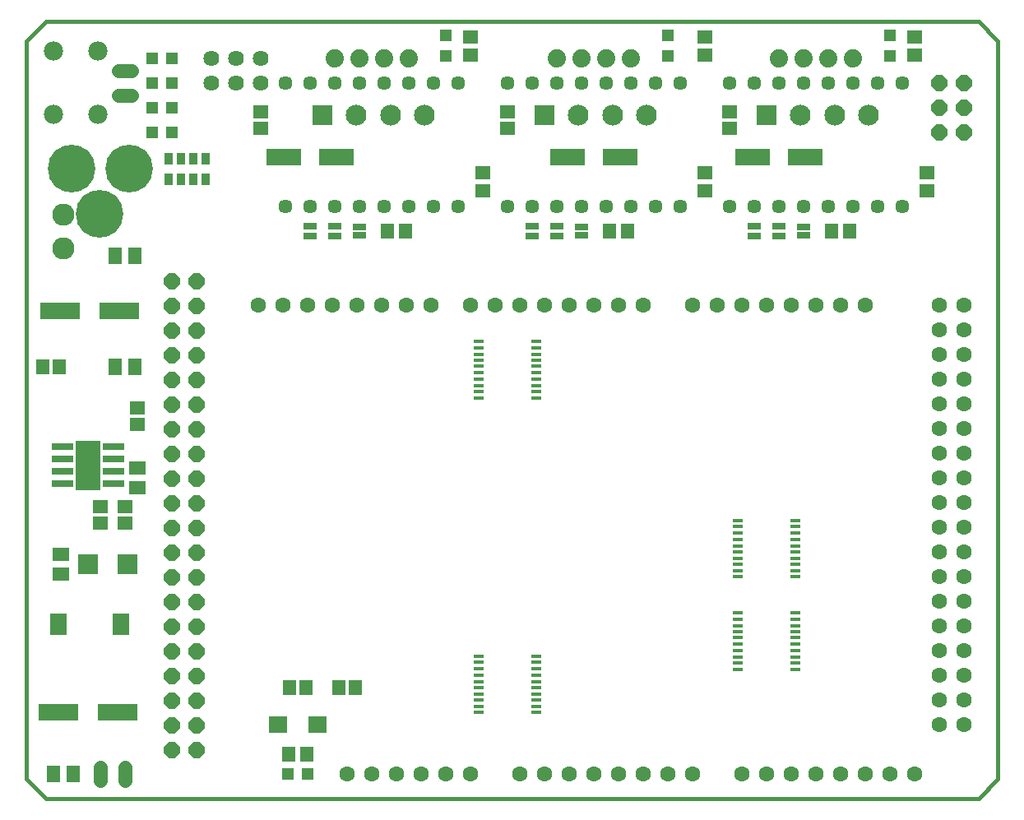
<source format=gts>
G75*
%MOIN*%
%OFA0B0*%
%FSLAX24Y24*%
%IPPOS*%
%LPD*%
%AMOC8*
5,1,8,0,0,1.08239X$1,22.5*
%
%ADD10C,0.0160*%
%ADD11C,0.0631*%
%ADD12R,0.0512X0.0512*%
%ADD13R,0.0552X0.0631*%
%ADD14C,0.0740*%
%ADD15C,0.0571*%
%ADD16C,0.0640*%
%ADD17R,0.0631X0.0552*%
%ADD18R,0.1418X0.0670*%
%ADD19C,0.1930*%
%ADD20C,0.0580*%
%ADD21R,0.0840X0.0840*%
%ADD22C,0.0840*%
%ADD23C,0.0900*%
%ADD24C,0.0780*%
%ADD25OC8,0.0640*%
%ADD26R,0.0540X0.0290*%
%ADD27R,0.0335X0.0473*%
%ADD28R,0.0906X0.0276*%
%ADD29R,0.1040X0.2040*%
%ADD30R,0.0670X0.0552*%
%ADD31R,0.0552X0.0670*%
%ADD32R,0.1615X0.0670*%
%ADD33R,0.0670X0.0906*%
%ADD34R,0.0394X0.0177*%
%ADD35R,0.0827X0.0827*%
%ADD36R,0.0749X0.0709*%
D10*
X002180Y002467D02*
X002967Y001680D01*
X040763Y001680D01*
X041550Y002467D01*
X041550Y032389D01*
X040763Y033176D01*
X002967Y033176D01*
X002180Y032389D01*
X002180Y002467D01*
D11*
X015180Y002680D03*
X016180Y002680D03*
X017180Y002680D03*
X018180Y002680D03*
X019180Y002680D03*
X020180Y002680D03*
X022180Y002680D03*
X023180Y002680D03*
X024180Y002680D03*
X025180Y002680D03*
X026180Y002680D03*
X027180Y002680D03*
X028180Y002680D03*
X029180Y002680D03*
X031180Y002680D03*
X032180Y002680D03*
X033180Y002680D03*
X034180Y002680D03*
X035180Y002680D03*
X036180Y002680D03*
X037180Y002680D03*
X038180Y002680D03*
X039180Y004680D03*
X040180Y004680D03*
X040180Y005680D03*
X039180Y005680D03*
X039180Y006680D03*
X040180Y006680D03*
X040180Y007680D03*
X039180Y007680D03*
X039180Y008680D03*
X040180Y008680D03*
X040180Y009680D03*
X039180Y009680D03*
X039180Y010680D03*
X039180Y011680D03*
X040180Y011680D03*
X040180Y010680D03*
X040180Y012680D03*
X039180Y012680D03*
X039180Y013680D03*
X040180Y013680D03*
X040180Y014680D03*
X039180Y014680D03*
X039180Y015680D03*
X040180Y015680D03*
X040180Y016680D03*
X039180Y016680D03*
X039180Y017680D03*
X040180Y017680D03*
X040180Y018680D03*
X039180Y018680D03*
X039180Y019680D03*
X040180Y019680D03*
X040180Y020680D03*
X039180Y020680D03*
X039180Y021680D03*
X040180Y021680D03*
X036180Y021680D03*
X035180Y021680D03*
X034180Y021680D03*
X033180Y021680D03*
X032180Y021680D03*
X031180Y021680D03*
X030180Y021680D03*
X029180Y021680D03*
X027180Y021680D03*
X026180Y021680D03*
X025180Y021680D03*
X024180Y021680D03*
X023180Y021680D03*
X022180Y021680D03*
X021180Y021680D03*
X020180Y021680D03*
X018580Y021680D03*
X017580Y021680D03*
X016580Y021680D03*
X015580Y021680D03*
X014580Y021680D03*
X013580Y021680D03*
X012580Y021680D03*
X011580Y021680D03*
D12*
X008093Y028680D03*
X007267Y028680D03*
X007267Y029680D03*
X008093Y029680D03*
X008093Y030680D03*
X007267Y030680D03*
X007267Y031680D03*
X008093Y031680D03*
X019180Y031767D03*
X019180Y032593D03*
X028180Y032593D03*
X028180Y031767D03*
X037180Y031767D03*
X037180Y032593D03*
X013593Y002680D03*
X012767Y002680D03*
D13*
X012806Y003480D03*
X013554Y003480D03*
X013515Y006180D03*
X012845Y006180D03*
X014845Y006180D03*
X015515Y006180D03*
X003515Y019180D03*
X002845Y019180D03*
X016806Y024680D03*
X017554Y024680D03*
X025806Y024680D03*
X026554Y024680D03*
X034806Y024680D03*
X035554Y024680D03*
D14*
X035680Y031680D03*
X034680Y031680D03*
X033680Y031680D03*
X032680Y031680D03*
X026680Y031680D03*
X025680Y031680D03*
X024680Y031680D03*
X023680Y031680D03*
X017680Y031680D03*
X016680Y031680D03*
X015680Y031680D03*
X014680Y031680D03*
D15*
X014680Y030680D03*
X013680Y030680D03*
X012680Y030680D03*
X015680Y030680D03*
X016680Y030680D03*
X017680Y030680D03*
X018680Y030680D03*
X019680Y030680D03*
X021680Y030680D03*
X022680Y030680D03*
X023680Y030680D03*
X024680Y030680D03*
X025680Y030680D03*
X026680Y030680D03*
X027680Y030680D03*
X028680Y030680D03*
X030680Y030680D03*
X031680Y030680D03*
X032680Y030680D03*
X033680Y030680D03*
X034680Y030680D03*
X035680Y030680D03*
X036680Y030680D03*
X037680Y030680D03*
X037680Y025680D03*
X036680Y025680D03*
X035680Y025680D03*
X034680Y025680D03*
X033680Y025680D03*
X032680Y025680D03*
X031680Y025680D03*
X030680Y025680D03*
X028680Y025680D03*
X027680Y025680D03*
X026680Y025680D03*
X025680Y025680D03*
X024680Y025680D03*
X023680Y025680D03*
X022680Y025680D03*
X021680Y025680D03*
X019680Y025680D03*
X018680Y025680D03*
X017680Y025680D03*
X016680Y025680D03*
X015680Y025680D03*
X014680Y025680D03*
X013680Y025680D03*
X012680Y025680D03*
D16*
X011680Y030680D03*
X010680Y030680D03*
X010680Y031680D03*
X011680Y031680D03*
X009680Y031680D03*
X009680Y030680D03*
D17*
X011680Y029515D03*
X011680Y028845D03*
X020180Y031806D03*
X020180Y032554D03*
X021680Y029515D03*
X021680Y028845D03*
X020680Y027054D03*
X020680Y026306D03*
X029680Y026306D03*
X029680Y027054D03*
X030680Y028845D03*
X030680Y029515D03*
X029680Y031806D03*
X029680Y032554D03*
X038180Y032554D03*
X038180Y031806D03*
X038680Y027054D03*
X038680Y026306D03*
X006680Y017515D03*
X006680Y016845D03*
X006180Y013515D03*
X006180Y012845D03*
X005180Y012845D03*
X005180Y013515D03*
D18*
X012617Y027680D03*
X014743Y027680D03*
X024117Y027680D03*
X026243Y027680D03*
X031617Y027680D03*
X033743Y027680D03*
D19*
X006337Y027219D03*
X004015Y027219D03*
X005156Y025369D03*
D20*
X005910Y030180D02*
X006450Y030180D01*
X006450Y031180D02*
X005910Y031180D01*
X006180Y002950D02*
X006180Y002410D01*
X005180Y002410D02*
X005180Y002950D01*
D21*
X014180Y029380D03*
X023180Y029380D03*
X032180Y029380D03*
D22*
X033558Y029380D03*
X034936Y029380D03*
X036314Y029380D03*
X027314Y029380D03*
X025936Y029380D03*
X024558Y029380D03*
X018314Y029380D03*
X016936Y029380D03*
X015558Y029380D03*
D23*
X003680Y025349D03*
X003680Y023971D03*
D24*
X003290Y029400D03*
X005070Y029400D03*
X005070Y031960D03*
X003290Y031960D03*
D25*
X008066Y022637D03*
X009066Y022637D03*
X009066Y021637D03*
X008066Y021637D03*
X008066Y020637D03*
X009066Y020637D03*
X009066Y019637D03*
X008066Y019637D03*
X008066Y018637D03*
X009066Y018637D03*
X009066Y017637D03*
X008066Y017637D03*
X008066Y016637D03*
X009066Y016637D03*
X009066Y015637D03*
X008066Y015637D03*
X008066Y014637D03*
X009066Y014637D03*
X009066Y013637D03*
X008066Y013637D03*
X008066Y012637D03*
X009066Y012637D03*
X009066Y011637D03*
X008066Y011637D03*
X008066Y010637D03*
X009066Y010637D03*
X009066Y009637D03*
X008066Y009637D03*
X008066Y008637D03*
X009066Y008637D03*
X009066Y007637D03*
X008066Y007637D03*
X008066Y006637D03*
X009066Y006637D03*
X009066Y005637D03*
X008066Y005637D03*
X008066Y004637D03*
X009066Y004637D03*
X009066Y003637D03*
X008066Y003637D03*
X039180Y028680D03*
X040180Y028680D03*
X040180Y029680D03*
X039180Y029680D03*
X039180Y030680D03*
X040180Y030680D03*
D26*
X033680Y024857D03*
X033680Y024503D03*
X032680Y024480D03*
X032680Y024880D03*
X031680Y024880D03*
X031680Y024480D03*
X024680Y024503D03*
X024680Y024857D03*
X023680Y024880D03*
X023680Y024480D03*
X022680Y024480D03*
X022680Y024880D03*
X015680Y024857D03*
X015680Y024503D03*
X014680Y024480D03*
X014680Y024880D03*
X013680Y024880D03*
X013680Y024480D03*
D27*
X009430Y026759D03*
X008930Y026759D03*
X008430Y026759D03*
X007930Y026759D03*
X007930Y027601D03*
X008430Y027601D03*
X008930Y027601D03*
X009430Y027601D03*
D28*
X005704Y015930D03*
X005704Y015430D03*
X005704Y014930D03*
X005704Y014430D03*
X003656Y014430D03*
X003656Y014930D03*
X003656Y015430D03*
X003656Y015930D03*
D29*
X004680Y015180D03*
D30*
X006680Y015074D03*
X006680Y014286D03*
X003580Y011574D03*
X003580Y010786D03*
D31*
X003286Y002680D03*
X004074Y002680D03*
X005786Y019180D03*
X006574Y019180D03*
X006574Y023680D03*
X005786Y023680D03*
D32*
X005932Y021444D03*
X003530Y021444D03*
X003479Y005180D03*
X005881Y005180D03*
D33*
X005999Y008731D03*
X003479Y008731D03*
D34*
X020528Y007448D03*
X020528Y007192D03*
X020528Y006936D03*
X020528Y006680D03*
X020528Y006424D03*
X020528Y006168D03*
X020528Y005912D03*
X020528Y005674D03*
X020528Y005418D03*
X020528Y005162D03*
X022832Y005162D03*
X022832Y005418D03*
X022832Y005674D03*
X022832Y005912D03*
X022832Y006168D03*
X022832Y006424D03*
X022832Y006680D03*
X022832Y006936D03*
X022832Y007192D03*
X022832Y007448D03*
X031028Y007424D03*
X031028Y007168D03*
X031028Y006912D03*
X031028Y007680D03*
X031028Y007936D03*
X031028Y008192D03*
X031028Y008448D03*
X031028Y008686D03*
X031028Y008942D03*
X031028Y009198D03*
X031028Y010662D03*
X031028Y010918D03*
X031028Y011174D03*
X031028Y011412D03*
X031028Y011668D03*
X031028Y011924D03*
X031028Y012180D03*
X031028Y012436D03*
X031028Y012692D03*
X031028Y012948D03*
X033332Y012948D03*
X033332Y012692D03*
X033332Y012436D03*
X033332Y012180D03*
X033332Y011924D03*
X033332Y011668D03*
X033332Y011412D03*
X033332Y011174D03*
X033332Y010918D03*
X033332Y010662D03*
X033332Y009198D03*
X033332Y008942D03*
X033332Y008686D03*
X033332Y008448D03*
X033332Y008192D03*
X033332Y007936D03*
X033332Y007680D03*
X033332Y007424D03*
X033332Y007168D03*
X033332Y006912D03*
X022832Y017912D03*
X022832Y018168D03*
X022832Y018424D03*
X022832Y018680D03*
X022832Y018936D03*
X022832Y019192D03*
X022832Y019448D03*
X022832Y019686D03*
X022832Y019942D03*
X022832Y020198D03*
X020528Y020198D03*
X020528Y019942D03*
X020528Y019686D03*
X020528Y019448D03*
X020528Y019192D03*
X020528Y018936D03*
X020528Y018680D03*
X020528Y018424D03*
X020528Y018168D03*
X020528Y017912D03*
D35*
X006267Y011180D03*
X004693Y011180D03*
D36*
X012373Y004680D03*
X013987Y004680D03*
M02*

</source>
